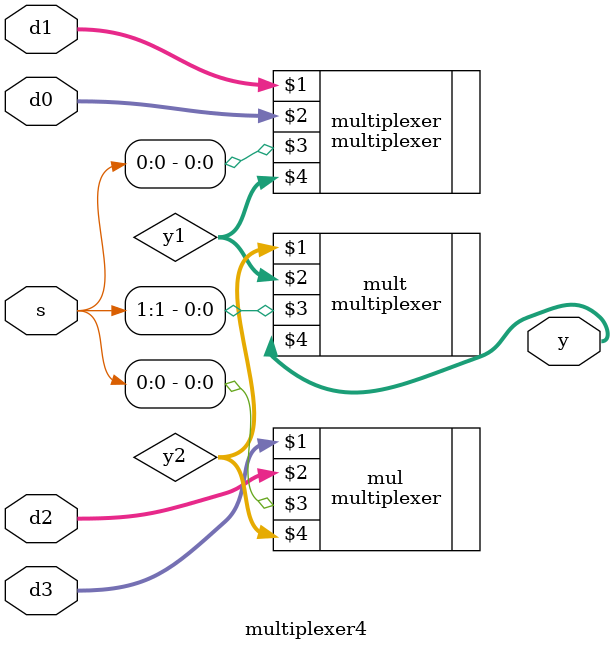
<source format=v>
`include "./multiplexer.v" 
module multiplexer4(input [3:0] d0, d1, d2, d3,
                    input [1:0]  s,
                    output [3:0] y);
    wire                       [3:0]  y1, y2;
    
    multiplexer #(4) multiplexer(d1, d0, s[0], y1 );
    multiplexer #(4) mul (d3, d2, s[0], y2);
    multiplexer #(4) mult(y2, y1, s[1], y);
endmodule // multiplexer4
 
        
</source>
